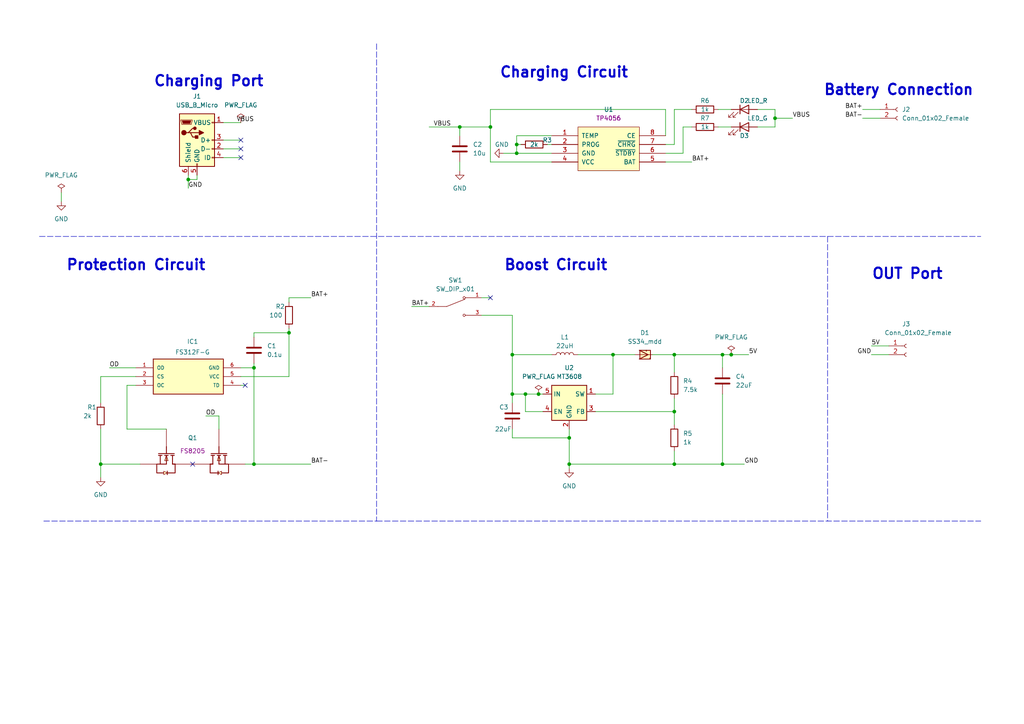
<source format=kicad_sch>
(kicad_sch (version 20211123) (generator eeschema)
  (paper "A4")
  (title_block (title "EE403W-Power Module") (date "2022-09-18") (rev "2nd Version"))
  (lib_symbols
    (symbol "403-charger:500SSP3S1M6QEA" (pin_names (offset 1.016) hide)
      (property "Reference" "S" (at -3.81 1.27 0))
      (property "Value" "500SSP3S1M6QEA" (at 2.54 -5.08 0))
      (symbol "500SSP3S1M6QEA_0_0"
        (polyline (pts (xy -2.54 0) (xy -5.08 0)) (stroke (width 0.1524)))
        (polyline (pts (xy -2.54 0) (xy 2.794 2.1336)) (stroke (width 0.1524)))
        (polyline (pts (xy 5.08 -2.54) (xy 2.921 -2.54)) (stroke (width 0.1524)))
        (polyline (pts (xy 5.08 2.54) (xy 2.921 2.54)) (stroke (width 0.1524)))
        (circle (center 2.54 -2.54) (radius 0.3302) (stroke (width 0.1524)))
        (circle (center 2.54 2.54) (radius 0.3302) (stroke (width 0.1524)))
        (pin passive line (at 7.62 2.54 180) (length 2.54) (name "~") (number "1"))
        (pin passive line (at -7.62 0 0) (length 2.54) (name "~") (number "2"))
        (pin passive line (at 7.62 -2.54 180) (length 2.54) (name "~") (number "3"))
      )
    )
    (symbol "403-charger:SS34" (pin_numbers hide) (pin_names (offset 1.016) hide)
      (property "Reference" "D" (at 0 2.032 0))
      (property "Value" "SS34" (at -1.27 -5.08 0))
      (symbol "SS34_0_0"
        (rectangle (start -1.0922 -1.27) (end 1.9558 1.27) (stroke (width 0.254)) (fill (type background)))
        (polyline (pts (xy -1.27 -1.27) (xy 1.27 0)) (stroke (width 0.254)))
        (polyline (pts (xy 0.762 -1.27) (xy 0.762 -1.016)) (stroke (width 0.254)))
        (polyline (pts (xy 1.27 0) (xy -1.27 1.27)) (stroke (width 0.254)))
        (polyline (pts (xy 1.778 1.27) (xy 1.778 1.016)) (stroke (width 0.254)))
        (pin passive line (at -2.54 0 0) (length 2.54) (name "~") (number "A"))
        (pin passive line (at 2.54 0 180) (length 2.54) (name "~") (number "C"))
      )
    )
    (symbol "Connector:Conn_01x02_Female" (pin_names (offset 1.016) hide)
      (property "Reference" "J" (at 0 2.54 0))
      (property "Value" "Conn_01x02_Female" (at 0 -5.08 0))
      (symbol "Conn_01x02_Female_1_1"
        (arc (start 0 -2.032) (mid -0.508 -2.54) (end 0 -3.048) (stroke (width 0.1524)))
        (polyline (pts (xy -1.27 -2.54) (xy -0.508 -2.54)) (stroke (width 0.1524)))
        (polyline (pts (xy -1.27 0) (xy -0.508 0)) (stroke (width 0.1524)))
        (arc (start 0 0.508) (mid -0.508 0) (end 0 -0.508) (stroke (width 0.1524)))
        (pin passive line (at -5.08 0 0) (length 3.81) (name "Pin_1") (number "1"))
        (pin passive line (at -5.08 -2.54 0) (length 3.81) (name "Pin_2") (number "2"))
      )
    )
    (symbol "Connector:USB_B_Micro" (pin_names (offset 1.016))
      (property "Reference" "J" (at -5.08 11.43 0))
      (property "Value" "USB_B_Micro" (at -5.08 8.89 0))
      (symbol "USB_B_Micro_0_1"
        (rectangle (start -5.08 -7.62) (end 5.08 7.62) (stroke (width 0.254)) (fill (type background)))
        (circle (center -3.81 2.159) (radius 0.635) (stroke (width 0.254)) (fill (type outline)))
        (circle (center -0.635 3.429) (radius 0.381) (stroke (width 0.254)) (fill (type outline)))
        (rectangle (start -0.127 -7.62) (end 0.127 -6.858))
        (polyline (pts (xy -1.905 2.159) (xy 0.635 2.159)) (stroke (width 0.254)))
        (polyline (pts (xy -3.175 2.159) (xy -2.54 2.159) (xy -1.27 3.429) (xy -0.635 3.429)) (stroke (width 0.254)))
        (polyline (pts (xy -2.54 2.159) (xy -1.905 2.159) (xy -1.27 0.889) (xy 0 0.889)) (stroke (width 0.254)))
        (polyline (pts (xy 0.635 2.794) (xy 0.635 1.524) (xy 1.905 2.159) (xy 0.635 2.794)) (stroke (width 0.254)) (fill (type outline)))
        (polyline (pts (xy -4.318 5.588) (xy -1.778 5.588) (xy -2.032 4.826) (xy -4.064 4.826) (xy -4.318 5.588)) (fill (type outline)))
        (polyline (pts (xy -4.699 5.842) (xy -4.699 5.588) (xy -4.445 4.826) (xy -4.445 4.572) (xy -1.651 4.572) (xy -1.651 4.826) (xy -1.397 5.588) (xy -1.397 5.842) (xy -4.699 5.842)))
        (rectangle (start 0.254 1.27) (end -0.508 0.508) (stroke (width 0.254)) (fill (type outline)))
        (rectangle (start 5.08 -5.207) (end 4.318 -4.953))
        (rectangle (start 5.08 -2.667) (end 4.318 -2.413))
        (rectangle (start 5.08 -0.127) (end 4.318 0.127))
        (rectangle (start 5.08 4.953) (end 4.318 5.207))
      )
      (symbol "USB_B_Micro_1_1"
        (pin power_out line (at 7.62 5.08 180) (length 2.54) (name "VBUS") (number "1"))
        (pin bidirectional line (at 7.62 -2.54 180) (length 2.54) (name "D-") (number "2"))
        (pin bidirectional line (at 7.62 0 180) (length 2.54) (name "D+") (number "3"))
        (pin passive line (at 7.62 -5.08 180) (length 2.54) (name "ID") (number "4"))
        (pin power_out line (at 0 -10.16 90) (length 2.54) (name "GND") (number "5"))
        (pin passive line (at -2.54 -10.16 90) (length 2.54) (name "Shield") (number "6"))
      )
    )
    (symbol "Device:C" (pin_numbers hide) (pin_names (offset 0.254))
      (property "Reference" "C" (at 0.635 2.54 0))
      (property "Value" "C" (at 0.635 -2.54 0))
      (symbol "C_0_1"
        (polyline (pts (xy -2.032 -0.762) (xy 2.032 -0.762)) (stroke (width 0.508)))
        (polyline (pts (xy -2.032 0.762) (xy 2.032 0.762)) (stroke (width 0.508)))
      )
      (symbol "C_1_1"
        (pin passive line (at 0 3.81 270) (length 2.794) (name "~") (number "1"))
        (pin passive line (at 0 -3.81 90) (length 2.794) (name "~") (number "2"))
      )
    )
    (symbol "Device:L" (pin_numbers hide) (pin_names (offset 1.016) hide)
      (property "Reference" "L" (at -1.27 0 90))
      (property "Value" "L" (at 1.905 0 90))
      (symbol "L_0_1"
        (arc (start 0 -2.54) (mid 0.635 -1.905) (end 0 -1.27))
        (arc (start 0 -1.27) (mid 0.635 -0.635) (end 0 0))
        (arc (start 0 0) (mid 0.635 0.635) (end 0 1.27))
        (arc (start 0 1.27) (mid 0.635 1.905) (end 0 2.54))
      )
      (symbol "L_1_1"
        (pin passive line (at 0 3.81 270) (length 1.27) (name "1") (number "1"))
        (pin passive line (at 0 -3.81 90) (length 1.27) (name "2") (number "2"))
      )
    )
    (symbol "Device:LED" (pin_numbers hide) (pin_names (offset 1.016) hide)
      (property "Reference" "D" (at 0 2.54 0))
      (property "Value" "LED" (at 0 -2.54 0))
      (symbol "LED_0_1"
        (polyline (pts (xy -1.27 -1.27) (xy -1.27 1.27)) (stroke (width 0.254)))
        (polyline (pts (xy -1.27 0) (xy 1.27 0)))
        (polyline (pts (xy 1.27 -1.27) (xy 1.27 1.27) (xy -1.27 0) (xy 1.27 -1.27)) (stroke (width 0.254)))
        (polyline (pts (xy -3.048 -0.762) (xy -4.572 -2.286) (xy -3.81 -2.286) (xy -4.572 -2.286) (xy -4.572 -1.524)))
        (polyline (pts (xy -1.778 -0.762) (xy -3.302 -2.286) (xy -2.54 -2.286) (xy -3.302 -2.286) (xy -3.302 -1.524)))
      )
      (symbol "LED_1_1"
        (pin passive line (at -3.81 0 0) (length 2.54) (name "K") (number "1"))
        (pin passive line (at 3.81 0 180) (length 2.54) (name "A") (number "2"))
      )
    )
    (symbol "Device:R" (pin_numbers hide) (pin_names (offset 0))
      (property "Reference" "R" (at 2.032 0 90))
      (property "Value" "R" (at 0 0 90))
      (symbol "R_0_1"
        (rectangle (start -1.016 -2.54) (end 1.016 2.54) (stroke (width 0.254)))
      )
      (symbol "R_1_1"
        (pin passive line (at 0 3.81 270) (length 1.27) (name "~") (number "1"))
        (pin passive line (at 0 -3.81 90) (length 1.27) (name "~") (number "2"))
      )
    )
    (symbol "FS312F-G:FS312F-G" (pin_names (offset 1.016))
      (property "Reference" "IC" (at -10.16 5.08 0))
      (symbol "FS312F-G_0_0"
        (rectangle (start -10.16 -5.08) (end 10.16 5.08) (stroke (width 0.254)) (fill (type background)))
        (pin bidirectional line (at -15.24 2.54 0) (length 5.08) (name "OD") (number "1"))
        (pin bidirectional line (at -15.24 0 0) (length 5.08) (name "CS") (number "2"))
        (pin bidirectional line (at -15.24 -2.54 0) (length 5.08) (name "OC") (number "3"))
        (pin bidirectional line (at 15.24 -2.54 180) (length 5.08) (name "TD") (number "4"))
        (pin bidirectional line (at 15.24 0 180) (length 5.08) (name "VCC") (number "5"))
        (pin bidirectional line (at 15.24 2.54 180) (length 5.08) (name "GND") (number "6"))
      )
    )
    (symbol "Regulator_Switching:MT3608"
      (property "Reference" "U" (at -2.54 8.89 0))
      (property "Value" "MT3608" (at -3.81 6.35 0))
      (symbol "MT3608_0_1"
        (rectangle (start -5.08 5.08) (end 5.08 -5.08) (stroke (width 0.254)) (fill (type background)))
      )
      (symbol "MT3608_1_1"
        (pin passive line (at 7.62 2.54 180) (length 2.54) (name "SW") (number "1"))
        (pin power_in line (at 0 -7.62 90) (length 2.54) (name "GND") (number "2"))
        (pin input line (at 7.62 -2.54 180) (length 2.54) (name "FB") (number "3"))
        (pin input line (at -7.62 -2.54 0) (length 2.54) (name "EN") (number "4"))
        (pin power_in line (at -7.62 2.54 0) (length 2.54) (name "IN") (number "5"))
        (pin no_connect line (at 5.08 0 180) (length 2.54) hide (name "NC") (number "6"))
      )
    )
    (symbol "lc_IC:TP4056_[C16581]" (pin_names (offset 1.016))
      (property "Reference" "U" (at -0.0254 1.27 0))
      (property "Comment" "TP4056" (at 3.7846 1.27 0))
      (symbol "TP4056_[C16581]_1_1"
        (rectangle (start 7.62 -12.7) (end 25.4 0) (fill (type background)))
        (pin passive line (at 0 -2.54 0) (length 7.62) (name "TEMP") (number "1"))
        (pin passive line (at 0 -5.08 0) (length 7.62) (name "PROG") (number "2"))
        (pin passive line (at 0 -7.62 0) (length 7.62) (name "GND") (number "3"))
        (pin passive line (at 0 -10.16 0) (length 7.62) (name "VCC") (number "4"))
        (pin passive line (at 33.02 -10.16 180) (length 7.62) (name "BAT") (number "5"))
        (pin passive line (at 33.02 -7.62 180) (length 7.62) (name "~{STDBY}") (number "6"))
        (pin passive line (at 33.02 -5.08 180) (length 7.62) (name "~{CHRG}") (number "7"))
        (pin passive line (at 33.02 -2.54 180) (length 7.62) (name "CE") (number "8"))
      )
    )
    (symbol "lc_MOS:FS8205" (pin_numbers hide) (pin_names (offset 1.016) hide)
      (property "Reference" "Q" (at -0.0254 16.51 0))
      (property "Comment" "FS8205" (at 3.7846 16.51 0))
      (symbol "FS8205_1_1"
        (polyline (pts (xy 10.16 -7.62) (xy 12.192 -7.62)) (stroke (width 0.254)))
        (polyline (pts (xy 10.16 7.62) (xy 12.192 7.62)) (stroke (width 0.254)))
        (polyline (pts (xy 12.192 -5.334) (xy 12.192 -9.906)) (stroke (width 0.254)))
        (polyline (pts (xy 12.192 5.334) (xy 12.192 9.906)) (stroke (width 0.254)))
        (polyline (pts (xy 12.7 -9.906) (xy 12.7 -8.89)) (stroke (width 0.254)))
        (polyline (pts (xy 12.7 -8.128) (xy 12.7 -7.112)) (stroke (width 0.254)))
        (polyline (pts (xy 12.7 -5.334) (xy 12.7 -6.35)) (stroke (width 0.254)))
        (polyline (pts (xy 12.7 5.334) (xy 12.7 6.35)) (stroke (width 0.254)))
        (polyline (pts (xy 12.7 8.128) (xy 12.7 7.112)) (stroke (width 0.254)))
        (polyline (pts (xy 12.7 9.906) (xy 12.7 8.89)) (stroke (width 0.254)))
        (polyline (pts (xy 15.24 -9.398) (xy 12.7 -9.398)) (stroke (width 0.254)))
        (polyline (pts (xy 15.24 -7.62) (xy 12.7 -7.62)) (stroke (width 0.254)))
        (polyline (pts (xy 15.24 -7.62) (xy 15.24 -10.16)) (stroke (width 0.254)))
        (polyline (pts (xy 15.24 -5.842) (xy 12.7 -5.842)) (stroke (width 0.254)))
        (polyline (pts (xy 15.24 -5.842) (xy 15.24 -5.08)) (stroke (width 0.254)))
        (polyline (pts (xy 15.24 -5.842) (xy 15.24 -5.08)) (stroke (width 0.254)))
        (polyline (pts (xy 15.24 5.842) (xy 12.7 5.842)) (stroke (width 0.254)))
        (polyline (pts (xy 15.24 5.842) (xy 15.24 5.08)) (stroke (width 0.254)))
        (polyline (pts (xy 15.24 5.842) (xy 15.24 5.08)) (stroke (width 0.254)))
        (polyline (pts (xy 15.24 7.62) (xy 12.7 7.62)) (stroke (width 0.254)))
        (polyline (pts (xy 15.24 7.62) (xy 15.24 10.16)) (stroke (width 0.254)))
        (polyline (pts (xy 15.24 9.398) (xy 12.7 9.398)) (stroke (width 0.254)))
        (polyline (pts (xy 18.288 -7.366) (xy 17.272 -7.366)) (stroke (width 0.254)))
        (polyline (pts (xy 18.288 7.366) (xy 17.272 7.366)) (stroke (width 0.254)))
        (polyline (pts (xy 17.78 -8.382) (xy 17.78 -10.414) (xy 15.24 -10.414)) (stroke (width 0.254)))
        (polyline (pts (xy 17.78 -7.366) (xy 17.78 -5.08) (xy 15.24 -5.08)) (stroke (width 0.254)))
        (polyline (pts (xy 17.78 7.366) (xy 17.78 5.08) (xy 15.24 5.08)) (stroke (width 0.254)))
        (polyline (pts (xy 17.78 8.382) (xy 17.78 10.414) (xy 15.24 10.414)) (stroke (width 0.254)))
        (polyline (pts (xy 12.7 -7.62) (xy 14.224 -8.128) (xy 14.224 -7.112) (xy 12.7 -7.62)) (fill (type background)))
        (polyline (pts (xy 12.7 7.62) (xy 14.224 8.128) (xy 14.224 7.112) (xy 12.7 7.62)) (fill (type background)))
        (polyline (pts (xy 17.78 -7.366) (xy 17.272 -8.382) (xy 18.288 -8.382) (xy 17.78 -7.366)) (fill (type background)))
        (polyline (pts (xy 17.78 7.366) (xy 17.272 8.382) (xy 18.288 8.382) (xy 17.78 7.366)) (fill (type background)))
        (pin passive line (at 15.24 -15.24 90) (length 5.08) (name "S") (number "1"))
        (pin passive line (at 15.24 0 270) (length 5.08) (name "D") (number "2"))
        (pin passive line (at 15.24 15.24 270) (length 5.08) (name "S") (number "3"))
        (pin passive line (at 5.08 7.62 0) (length 5.08) (name "G") (number "4"))
        (pin passive line (at 15.24 0 90) (length 5.08) (name "D") (number "5"))
        (pin passive line (at 5.08 -7.62 0) (length 5.08) (name "G") (number "6"))
      )
    )
    (symbol "power:GND" (power) (pin_names (offset 0))
      (property "Value" "GND" (at 0 -3.81 0))
      (symbol "GND_0_1"
        (polyline (pts (xy 0 0) (xy 0 -1.27) (xy 1.27 -1.27) (xy 0 -2.54) (xy -1.27 -1.27) (xy 0 -1.27)))
      )
      (symbol "GND_1_1"
        (pin power_in line (at 0 0 270) (length 0) hide (name "GND") (number "1"))
      )
    )
    (symbol "power:PWR_FLAG" (power) (pin_numbers hide) (pin_names (offset 0) hide)
      (property "Value" "PWR_FLAG" (at 0 3.81 0))
      (symbol "PWR_FLAG_0_0"
        (pin power_out line (at 0 0 90) (length 0) (name "pwr") (number "1"))
      )
      (symbol "PWR_FLAG_0_1"
        (polyline (pts (xy 0 0) (xy 0 1.27) (xy -1.016 1.905) (xy 0 2.54) (xy 1.016 1.905) (xy 0 1.27)))
      )
    )
  )
  (junction (at 54.61 52.07))
  (junction (at 29.21 134.62))
  (junction (at 195.58 102.87))
  (junction (at 156.21 114.3))
  (junction (at 133.35 36.83))
  (junction (at 195.58 134.62))
  (junction (at 149.86 41.91))
  (junction (at 165.1 127))
  (junction (at 165.1 134.62))
  (junction (at 73.66 106.68))
  (junction (at 149.86 44.45))
  (junction (at 209.55 102.87))
  (junction (at 212.09 102.87))
  (junction (at 148.59 114.3))
  (junction (at 83.82 96.52))
  (junction (at 73.66 134.62))
  (junction (at 148.59 102.87))
  (junction (at 224.79 34.29))
  (junction (at 195.58 119.38))
  (junction (at 152.4 114.3))
  (junction (at 177.8 102.87))
  (junction (at 142.24 36.83))
  (junction (at 209.55 134.62))
  (no_connect (at 69.85 45.72))
  (no_connect (at 69.85 43.18))
  (no_connect (at 55.88 134.62))
  (no_connect (at 71.12 111.76))
  (no_connect (at 69.85 40.64))
  (no_connect (at 142.24 86.36))
  (wire (pts (xy 69.85 106.68) (xy 73.66 106.68)))
  (wire (pts (xy 209.55 134.62) (xy 195.58 134.62)))
  (wire (pts (xy 177.8 102.87) (xy 177.8 114.3)))
  (wire (pts (xy 212.09 102.87) (xy 217.17 102.87)))
  (wire (pts (xy 71.12 111.76) (xy 69.85 111.76)))
  (wire (pts (xy 167.64 102.87) (xy 177.8 102.87)))
  (wire (pts (xy 148.59 116.84) (xy 148.59 114.3)))
  (wire (pts (xy 64.77 35.56) (xy 69.85 35.56)))
  (wire (pts (xy 133.35 36.83) (xy 142.24 36.83)))
  (wire (pts (xy 195.58 134.62) (xy 165.1 134.62)))
  (wire (pts (xy 149.86 39.37) (xy 149.86 41.91)))
  (polyline (pts (xy 11.43 68.58) (xy 284.48 68.58)))
  (wire (pts (xy 224.79 36.83) (xy 224.79 34.29)))
  (wire (pts (xy 195.58 41.91) (xy 193.04 41.91)))
  (wire (pts (xy 195.58 102.87) (xy 209.55 102.87)))
  (wire (pts (xy 160.02 39.37) (xy 149.86 39.37)))
  (wire (pts (xy 83.82 86.36) (xy 90.17 86.36)))
  (wire (pts (xy 29.21 134.62) (xy 29.21 138.43)))
  (wire (pts (xy 165.1 135.89) (xy 165.1 134.62)))
  (wire (pts (xy 124.46 36.83) (xy 133.35 36.83)))
  (wire (pts (xy 252.73 100.33) (xy 257.81 100.33)))
  (wire (pts (xy 198.12 36.83) (xy 198.12 44.45)))
  (wire (pts (xy 195.58 119.38) (xy 195.58 123.19)))
  (wire (pts (xy 195.58 31.75) (xy 195.58 41.91)))
  (wire (pts (xy 193.04 39.37) (xy 193.04 31.75)))
  (wire (pts (xy 257.81 102.87) (xy 252.73 102.87)))
  (wire (pts (xy 83.82 109.22) (xy 69.85 109.22)))
  (wire (pts (xy 198.12 36.83) (xy 200.66 36.83)))
  (polyline (pts (xy 12.7 151.13) (xy 109.22 151.13)))
  (wire (pts (xy 151.13 41.91) (xy 149.86 41.91)))
  (wire (pts (xy 158.75 41.91) (xy 160.02 41.91)))
  (wire (pts (xy 209.55 134.62) (xy 215.9 134.62)))
  (wire (pts (xy 193.04 31.75) (xy 142.24 31.75)))
  (wire (pts (xy 40.64 134.62) (xy 29.21 134.62)))
  (wire (pts (xy 195.58 130.81) (xy 195.58 134.62)))
  (wire (pts (xy 148.59 102.87) (xy 148.59 114.3)))
  (wire (pts (xy 209.55 114.3) (xy 209.55 134.62)))
  (wire (pts (xy 177.8 114.3) (xy 172.72 114.3)))
  (wire (pts (xy 189.23 102.87) (xy 195.58 102.87)))
  (wire (pts (xy 29.21 124.46) (xy 29.21 134.62)))
  (wire (pts (xy 193.04 46.99) (xy 200.66 46.99)))
  (wire (pts (xy 36.83 124.46) (xy 48.26 124.46)))
  (wire (pts (xy 64.77 45.72) (xy 69.85 45.72)))
  (wire (pts (xy 64.77 43.18) (xy 69.85 43.18)))
  (wire (pts (xy 59.69 120.65) (xy 63.5 120.65)))
  (wire (pts (xy 209.55 102.87) (xy 212.09 102.87)))
  (wire (pts (xy 29.21 109.22) (xy 29.21 116.84)))
  (wire (pts (xy 73.66 134.62) (xy 90.17 134.62)))
  (wire (pts (xy 224.79 31.75) (xy 219.71 31.75)))
  (wire (pts (xy 36.83 111.76) (xy 36.83 124.46)))
  (wire (pts (xy 142.24 31.75) (xy 142.24 36.83)))
  (wire (pts (xy 133.35 36.83) (xy 133.35 39.37)))
  (wire (pts (xy 250.19 31.75) (xy 255.27 31.75)))
  (wire (pts (xy 149.86 41.91) (xy 149.86 44.45)))
  (wire (pts (xy 152.4 114.3) (xy 156.21 114.3)))
  (polyline (pts (xy 109.22 12.7) (xy 109.22 151.13)))
  (wire (pts (xy 39.37 111.76) (xy 36.83 111.76)))
  (wire (pts (xy 157.48 119.38) (xy 152.4 119.38)))
  (wire (pts (xy 209.55 102.87) (xy 209.55 106.68)))
  (wire (pts (xy 195.58 107.95) (xy 195.58 102.87)))
  (wire (pts (xy 149.86 44.45) (xy 160.02 44.45)))
  (wire (pts (xy 224.79 34.29) (xy 229.87 34.29)))
  (wire (pts (xy 177.8 102.87) (xy 184.15 102.87)))
  (wire (pts (xy 73.66 96.52) (xy 73.66 97.79)))
  (wire (pts (xy 148.59 124.46) (xy 148.59 127)))
  (wire (pts (xy 148.59 91.44) (xy 148.59 102.87)))
  (wire (pts (xy 17.78 55.88) (xy 17.78 58.42)))
  (wire (pts (xy 195.58 31.75) (xy 200.66 31.75)))
  (wire (pts (xy 156.21 114.3) (xy 157.48 114.3)))
  (wire (pts (xy 57.15 52.07) (xy 54.61 52.07)))
  (polyline (pts (xy 240.03 68.58) (xy 240.03 151.13)))
  (wire (pts (xy 212.09 31.75) (xy 208.28 31.75)))
  (wire (pts (xy 54.61 50.8) (xy 54.61 52.07)))
  (wire (pts (xy 212.09 36.83) (xy 208.28 36.83)))
  (wire (pts (xy 83.82 87.63) (xy 83.82 86.36)))
  (wire (pts (xy 148.59 114.3) (xy 152.4 114.3)))
  (wire (pts (xy 119.38 88.9) (xy 124.46 88.9)))
  (wire (pts (xy 165.1 134.62) (xy 165.1 127)))
  (wire (pts (xy 198.12 44.45) (xy 193.04 44.45)))
  (wire (pts (xy 224.79 34.29) (xy 224.79 31.75)))
  (wire (pts (xy 160.02 102.87) (xy 148.59 102.87)))
  (wire (pts (xy 73.66 134.62) (xy 71.12 134.62)))
  (wire (pts (xy 83.82 96.52) (xy 83.82 109.22)))
  (wire (pts (xy 142.24 86.36) (xy 139.7 86.36)))
  (wire (pts (xy 64.77 40.64) (xy 69.85 40.64)))
  (wire (pts (xy 73.66 106.68) (xy 73.66 134.62)))
  (wire (pts (xy 54.61 52.07) (xy 54.61 54.61)))
  (wire (pts (xy 250.19 34.29) (xy 255.27 34.29)))
  (wire (pts (xy 165.1 127) (xy 165.1 124.46)))
  (wire (pts (xy 152.4 119.38) (xy 152.4 114.3)))
  (wire (pts (xy 63.5 120.65) (xy 63.5 124.46)))
  (wire (pts (xy 83.82 95.25) (xy 83.82 96.52)))
  (wire (pts (xy 73.66 96.52) (xy 83.82 96.52)))
  (wire (pts (xy 172.72 119.38) (xy 195.58 119.38)))
  (wire (pts (xy 133.35 46.99) (xy 133.35 49.53)))
  (polyline (pts (xy 109.22 151.13) (xy 284.48 151.13)))
  (wire (pts (xy 139.7 91.44) (xy 148.59 91.44)))
  (wire (pts (xy 148.59 127) (xy 165.1 127)))
  (wire (pts (xy 31.75 106.68) (xy 39.37 106.68)))
  (wire (pts (xy 160.02 46.99) (xy 142.24 46.99)))
  (wire (pts (xy 57.15 50.8) (xy 57.15 52.07)))
  (wire (pts (xy 73.66 105.41) (xy 73.66 106.68)))
  (wire (pts (xy 195.58 115.57) (xy 195.58 119.38)))
  (wire (pts (xy 39.37 109.22) (xy 29.21 109.22)))
  (wire (pts (xy 142.24 46.99) (xy 142.24 36.83)))
  (wire (pts (xy 146.05 44.45) (xy 149.86 44.45)))
  (wire (pts (xy 219.71 36.83) (xy 224.79 36.83)))
  (text "OUT Port" (at 252.73 81.28 0) (effects (font (size 3 3) (thickness 0.6) bold) (justify left bottom)))
  (text "Boost Circuit" (at 146.05 78.74 0) (effects (font (size 3 3) bold) (justify left bottom)))
  (text "Protection Circuit" (at 19.05 78.74 0) (effects (font (size 3 3) bold) (justify left bottom)))
  (text "Charging Port\n" (at 44.45 25.4 0) (effects (font (size 3 3) (thickness 0.6) bold) (justify left bottom)))
  (text "Battery Connection" (at 238.76 27.94 0) (effects (font (size 3 3) (thickness 0.6) bold) (justify left bottom)))
  (text "Charging Circuit" (at 144.78 22.86 0) (effects (font (size 3 3) (thickness 0.6) bold) (justify left bottom)))
  (label "BAT-" (at 250.19 34.29 180))
  (label "OD" (at 59.69 120.65 0))
  (label "BAT+" (at 250.19 31.75 180))
  (label "5V" (at 217.17 102.87 0))
  (label "BAT+" (at 119.38 88.9 0))
  (label "OD" (at 31.75 106.68 0))
  (label "VBUS" (at 68.58 35.56 0))
  (label "BAT-" (at 90.17 134.62 0))
  (label "GND" (at 252.73 102.87 180))
  (label "BAT+" (at 90.17 86.36 0))
  (label "VBUS" (at 125.73 36.83 0))
  (label "VBUS" (at 229.87 34.29 0))
  (label "BAT+" (at 200.66 46.99 0))
  (label "5V" (at 252.73 100.33 0))
  (label "GND" (at 215.9 134.62 0))
  (label "GND" (at 54.61 54.61 0))
  (symbol (lib_id "lc_MOS:FS8205") (at 55.88 119.38 270) (unit 1)
    (property "Reference" "Q1" (at 55.88 127 90))
    (property "Value" "FS8205" (effects hide))
    (property "Footprint" "Package_TO_SOT_SMD:SOT-23-6" (effects hide))
    (property "Datasheet" "http://www.szlcsc.com/product/details_33217.html" (effects hide))
    (property "description" "MOS(场效应管)" (effects hide))
    (property "ComponentLink1Description" "供应商链接" (effects hide))
    (property "Package" "SOT-23-6" (effects hide))
    (property "Supplier" "LC" (effects hide))
    (property "SuppliersPartNumber" "C32254" (effects hide))
    (property "Comment" "FS8205" (at 55.88 130.81 90))
  )
  (symbol (lib_id "power:GND") (at 146.05 44.45 270) (unit 1)
    (property "Reference" "#PWR04" (effects hide))
    (property "Value" "GND" (at 143.51 41.91 90) (effects (justify left)))
  )
  (symbol (lib_id "Device:R") (at 29.21 120.65 180) (unit 1)
    (property "Reference" "R1" (at 26.67 118.11 0))
    (property "Value" "2k" (at 25.4 120.65 0))
    (property "Footprint" "lc_lib:0603_R" (effects hide))
  )
  (symbol (lib_id "lc_IC:TP4056_[C16581]") (at 160.02 36.83 0) (unit 1)
    (property "Reference" "U1" (at 176.53 31.75 0))
    (property "Value" "TP4056_[C16581]" (effects hide))
    (property "Footprint" "lc_lib:SOP-8_EP_150MIL" (effects hide))
    (property "Datasheet" "http://www.szlcsc.com/product/details_17264.html" (effects hide))
    (property "description" "电池电源管理" (effects hide))
    (property "ComponentLink1Description" "供应商链接" (effects hide))
    (property "Package" "SOP-8_EP_150mil" (effects hide))
    (property "Supplier" "LC" (effects hide))
    (property "SuppliersPartNumber" "C16581" (effects hide))
    (property "Comment" "TP4056" (at 176.53 34.29 0))
  )
  (symbol (lib_id "Connector:Conn_01x02_Female") (at 260.35 31.75 0) (unit 1)
    (property "Reference" "J2" (at 261.62 31.7499 0) (effects (justify left)))
    (property "Value" "Conn_01x02_Female" (at 261.62 34.2899 0) (effects (justify left)))
    (property "Footprint" "Connector_Wire:SolderWire-1sqmm_1x02_P5.4mm_D1.4mm_OD2.7mm" (effects hide))
  )
  (symbol (lib_id "Device:R") (at 195.58 111.76 0) (unit 1)
    (property "Reference" "R4" (at 198.12 110.4899 0) (effects (justify left)))
    (property "Value" "7.5k" (at 198.12 113.0299 0) (effects (justify left)))
    (property "Footprint" "lc_lib:0603_R" (effects hide))
  )
  (symbol (lib_id "power:PWR_FLAG") (at 156.21 114.3 0) (unit 1)
    (property "Reference" "#FLG03" (effects hide))
    (property "Value" "PWR_FLAG" (at 156.21 109.22 0))
  )
  (symbol (lib_id "Device:C") (at 148.59 120.65 0) (mirror y) (unit 1)
    (property "Reference" "C3" (at 144.78 118.11 0) (effects (justify right)))
    (property "Value" "22uF" (at 143.51 124.46 0) (effects (justify right)))
    (property "Footprint" "Capacitor_SMD:C_1206_3216Metric" (effects hide))
  )
  (symbol (lib_id "power:GND") (at 133.35 49.53 0) (unit 1)
    (property "Reference" "#PWR03" (effects hide))
    (property "Value" "GND" (at 133.35 54.61 0))
  )
  (symbol (lib_id "Device:L") (at 163.83 102.87 270) (mirror x) (unit 1)
    (property "Reference" "L1" (at 163.83 97.79 90))
    (property "Value" "22uH" (at 163.83 100.33 90))
    (property "Footprint" "403_charger_new:75_75_4" (effects hide))
  )
  (symbol (lib_id "Device:LED") (at 215.9 36.83 0) (unit 1)
    (property "Reference" "D3" (at 215.9 39.37 0))
    (property "Value" "LED_G" (at 219.71 34.29 0))
    (property "Footprint" "lc_lib:0603_LED_S1" (effects hide))
  )
  (symbol (lib_id "power:PWR_FLAG") (at 212.09 102.87 0) (unit 1)
    (property "Reference" "#FLG04" (effects hide))
    (property "Value" "PWR_FLAG" (at 212.09 97.79 0))
  )
  (symbol (lib_id "Device:R") (at 204.47 36.83 90) (unit 1)
    (property "Reference" "R7" (at 204.47 34.29 90))
    (property "Value" "1k" (at 204.47 36.83 90))
    (property "Footprint" "lc_lib:0603_R" (effects hide))
  )
  (symbol (lib_id "Connector:USB_B_Micro") (at 57.15 40.64 0) (unit 1)
    (property "Reference" "J1" (at 57.15 27.94 0))
    (property "Value" "USB_B_Micro" (at 57.15 30.48 0))
    (property "Footprint" "Connector_USB:USB_Micro-B_Amphenol_10103594-0001LF_Horizontal" (effects hide))
  )
  (symbol (lib_id "Device:C") (at 209.55 110.49 0) (unit 1)
    (property "Reference" "C4" (at 213.36 109.2199 0) (effects (justify left)))
    (property "Value" "22uF" (at 213.36 111.7599 0) (effects (justify left)))
    (property "Footprint" "Capacitor_SMD:C_1206_3216Metric" (effects hide))
  )
  (symbol (lib_id "Device:C") (at 133.35 43.18 0) (unit 1)
    (property "Reference" "C2" (at 137.16 41.9099 0) (effects (justify left)))
    (property "Value" "10u" (at 137.16 44.4499 0) (effects (justify left)))
    (property "Footprint" "lc_lib:0603_R" (effects hide))
  )
  (symbol (lib_id "power:GND") (at 29.21 138.43 0) (unit 1)
    (property "Reference" "#PWR02" (effects hide))
    (property "Value" "GND" (at 29.21 143.51 0))
  )
  (symbol (lib_id "power:PWR_FLAG") (at 69.85 35.56 0) (unit 1)
    (property "Reference" "#FLG02" (effects hide))
    (property "Value" "PWR_FLAG" (at 69.85 30.48 0))
  )
  (symbol (lib_id "Device:LED") (at 215.9 31.75 0) (unit 1)
    (property "Reference" "D2" (at 215.9 29.21 0))
    (property "Value" "LED_R" (at 219.71 29.21 0))
    (property "Footprint" "lc_lib:0603_LED_S1" (effects hide))
  )
  (symbol (lib_id "power:GND") (at 17.78 58.42 0) (unit 1)
    (property "Reference" "#PWR01" (effects hide))
    (property "Value" "GND" (at 17.78 63.5 0))
  )
  (symbol (lib_id "403-charger:500SSP3S1M6QEA") (at 132.08 88.9 0) (unit 1)
    (property "Reference" "SW1" (at 132.08 81.28 0))
    (property "Value" "SW_DIP_x01" (at 132.08 83.82 0))
    (property "Footprint" "403_charger_new:SW_500SSP3S1M6QEA" (effects hide))
    (property "MANUFACTURER" "E-Switch" (effects hide))
    (property "SNAPEDA_PN" "500SSP1S1M6QEA" (effects hide))
    (property "PARTREV" "D" (effects hide))
    (property "MAXIMUM_PACKAGE_HEIGHT" "6.6 mm" (effects hide))
    (property "STANDARD" "Manufacturer Recommendations" (effects hide))
  )
  (symbol (lib_id "Device:R") (at 204.47 31.75 90) (unit 1)
    (property "Reference" "R6" (at 204.47 29.21 90))
    (property "Value" "1k" (at 204.47 31.75 90))
    (property "Footprint" "lc_lib:0603_R" (effects hide))
  )
  (symbol (lib_id "power:PWR_FLAG") (at 17.78 55.88 0) (unit 1)
    (property "Reference" "#FLG01" (effects hide))
    (property "Value" "PWR_FLAG" (at 17.78 50.8 0))
  )
  (symbol (lib_id "Regulator_Switching:MT3608") (at 165.1 116.84 0) (unit 1)
    (property "Reference" "U2" (at 165.1 106.68 0))
    (property "Value" "MT3608" (at 165.1 109.22 0))
    (property "Footprint" "Package_TO_SOT_SMD:SOT-23-6" (effects hide))
    (property "Datasheet" "https://www.olimex.com/Products/Breadboarding/BB-PWR-3608/resources/MT3608.pdf" (effects hide))
  )
  (symbol (lib_id "Device:R") (at 83.82 91.44 180) (unit 1)
    (property "Reference" "R2" (at 81.28 88.9 0))
    (property "Value" "100" (at 80.01 91.44 0))
    (property "Footprint" "lc_lib:0603_R" (effects hide))
  )
  (symbol (lib_id "power:GND") (at 165.1 135.89 0) (mirror y) (unit 1)
    (property "Reference" "#PWR05" (effects hide))
    (property "Value" "GND" (at 165.1 140.97 0))
  )
  (symbol (lib_id "Connector:Conn_01x02_Female") (at 262.89 100.33 0) (unit 1)
    (property "Reference" "J3" (at 261.62 93.98 0) (effects (justify left)))
    (property "Value" "Conn_01x02_Female" (at 256.54 96.52 0) (effects (justify left)))
    (property "Footprint" "Connector_Wire:SolderWire-1sqmm_1x02_P5.4mm_D1.4mm_OD2.7mm" (effects hide))
  )
  (symbol (lib_id "403-charger:SS34") (at 186.69 102.87 0) (mirror x) (unit 1)
    (property "Reference" "D1" (at 187.0329 96.52 0))
    (property "Value" "SS34_mdd" (at 187.0329 99.06 0))
    (property "Footprint" "403_charger_new:SS34" (effects hide))
    (property "MANUFACTURER" "Taiwan Semiconductor" (effects hide))
    (property "MAXIMUM_PACKAGE_HEIGHT" "2.62 mm" (effects hide))
    (property "STANDARD" "IPC-7351B" (effects hide))
    (property "PARTREV" "Q2102" (effects hide))
  )
  (symbol (lib_id "Device:R") (at 195.58 127 0) (unit 1)
    (property "Reference" "R5" (at 198.12 125.7299 0) (effects (justify left)))
    (property "Value" "1k" (at 198.12 128.2699 0) (effects (justify left)))
    (property "Footprint" "lc_lib:0603_R" (effects hide))
  )
  (symbol (lib_id "FS312F-G:FS312F-G") (at 54.61 109.22 0) (unit 1)
    (property "Reference" "IC1" (at 55.88 99.06 0))
    (property "Value" "FS312F-G" (at 50.8 102.87 0) (effects (justify left bottom)))
    (property "Footprint" "Package_TO_SOT_SMD:SOT-23-6" (effects hide))
  )
  (symbol (lib_id "Device:R") (at 154.94 41.91 90) (unit 1)
    (property "Reference" "R3" (at 158.75 40.64 90))
    (property "Value" "2k" (at 154.94 41.91 90))
    (property "Footprint" "lc_lib:0603_R" (effects hide))
  )
  (symbol (lib_id "Device:C") (at 73.66 101.6 0) (unit 1)
    (property "Reference" "C1" (at 77.47 100.3299 0) (effects (justify left)))
    (property "Value" "0.1u" (at 77.47 102.8699 0) (effects (justify left)))
    (property "Footprint" "lc_lib:0603_R" (effects hide))
  )
)
</source>
